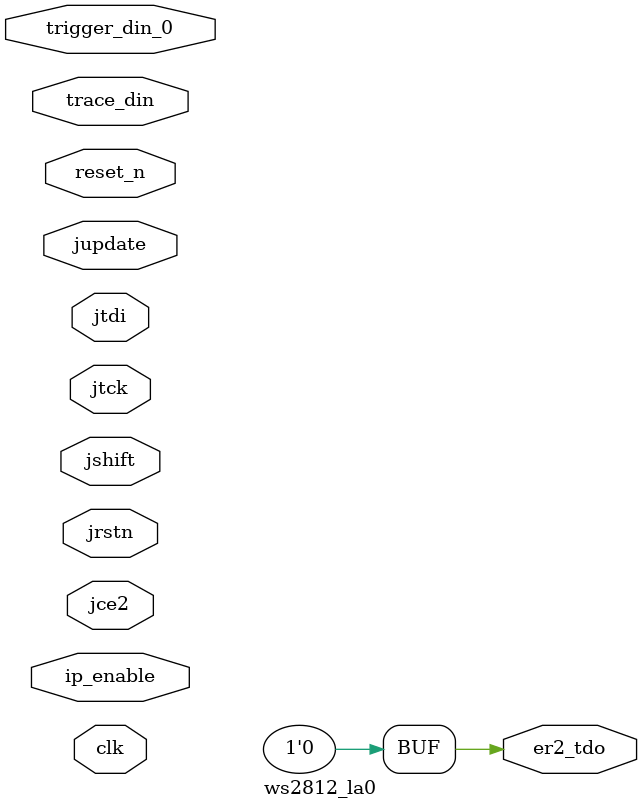
<source format=v>

/* WARNING - Changes to this file should be performed by re-running IPexpress
or modifying the .LPC file and regenerating the core.  Other changes may lead
to inconsistent simulation and/or implemenation results */

module ws2812_la0 (
    clk,
    reset_n,
    jtck,
    jrstn,
    jce2,
    jtdi,
    er2_tdo,
    jshift,
    jupdate,
    trigger_din_0,
    trace_din,
    ip_enable
);

// PARAMETERS DEFINED BY USER
localparam NUM_TRACE_SIGNALS   = 1;
localparam NUM_TRIGGER_SIGNALS = 1;
localparam INCLUDE_TRIG_DATA   = 0;
localparam NUM_TU_BITS_0       = 1;

input  clk;
input  reset_n;
input  jtck;
input  jrstn;
input  jce2;
input  jtdi;
output er2_tdo;
input  jshift;
input  jupdate;
input  [NUM_TU_BITS_0 -1:0] trigger_din_0;
input  [NUM_TRACE_SIGNALS + (NUM_TRIGGER_SIGNALS * INCLUDE_TRIG_DATA) -1:0] trace_din;
input  ip_enable;

assign er2_tdo = 1'b0;

endmodule

</source>
